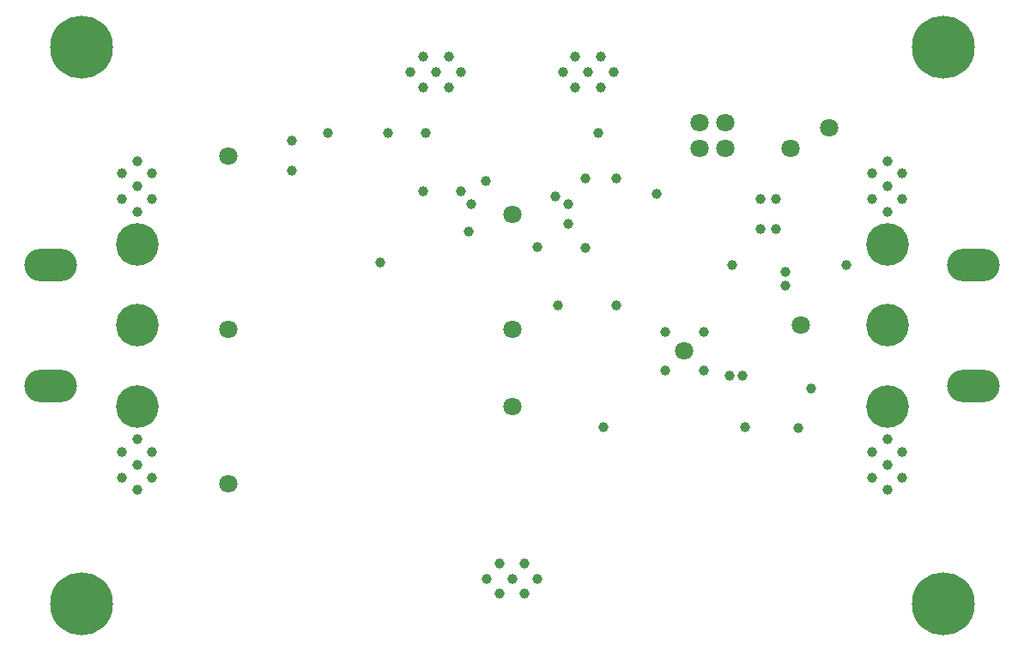
<source format=gbs>
G04*
G04 #@! TF.GenerationSoftware,Altium Limited,Altium Designer,18.1.7 (191)*
G04*
G04 Layer_Color=16711935*
%FSLAX44Y44*%
%MOMM*%
G71*
G01*
G75*
%ADD36C,4.2032*%
%ADD37C,1.8032*%
%ADD38C,6.2032*%
G04:AMPARAMS|DCode=39|XSize=5.2032mm|YSize=3.2032mm|CornerRadius=1.6016mm|HoleSize=0mm|Usage=FLASHONLY|Rotation=0.000|XOffset=0mm|YOffset=0mm|HoleType=Round|Shape=RoundedRectangle|*
%AMROUNDEDRECTD39*
21,1,5.2032,0.0000,0,0,0.0*
21,1,2.0000,3.2032,0,0,0.0*
1,1,3.2032,1.0000,0.0000*
1,1,3.2032,-1.0000,0.0000*
1,1,3.2032,-1.0000,0.0000*
1,1,3.2032,1.0000,0.0000*
%
%ADD39ROUNDEDRECTD39*%
%ADD40C,1.0032*%
D36*
X870000Y430000D02*
D03*
Y350000D02*
D03*
Y270000D02*
D03*
X130000Y430000D02*
D03*
Y350000D02*
D03*
Y270000D02*
D03*
D37*
X500000D02*
D03*
X220000Y194000D02*
D03*
Y346000D02*
D03*
X500000D02*
D03*
X710398Y550000D02*
D03*
X684998D02*
D03*
X710398Y524600D02*
D03*
X684998D02*
D03*
X774597Y525000D02*
D03*
X812497Y545000D02*
D03*
X670000Y324900D02*
D03*
X500000Y460000D02*
D03*
X785200Y350000D02*
D03*
X220000Y517500D02*
D03*
D38*
X925000Y75000D02*
D03*
Y625000D02*
D03*
X75000Y75000D02*
D03*
Y625000D02*
D03*
D39*
X955000Y410000D02*
D03*
Y290000D02*
D03*
X45000D02*
D03*
Y410000D02*
D03*
D40*
X651000Y343900D02*
D03*
X689000D02*
D03*
X651000Y305900D02*
D03*
X689000D02*
D03*
X412500Y482500D02*
D03*
X642500Y480000D02*
D03*
X830000Y410100D02*
D03*
X770000Y389264D02*
D03*
X769924Y402500D02*
D03*
X370000Y412500D02*
D03*
X760000Y475000D02*
D03*
X745000D02*
D03*
X760000Y445000D02*
D03*
X745000D02*
D03*
X715000Y300600D02*
D03*
X727500D02*
D03*
X572500Y426982D02*
D03*
X602500Y370000D02*
D03*
X555103Y450616D02*
D03*
X542500Y477500D02*
D03*
X555103Y470103D02*
D03*
X545000Y370000D02*
D03*
X782500Y249200D02*
D03*
X795000Y287500D02*
D03*
X717150Y410100D02*
D03*
X730000Y250000D02*
D03*
X590000D02*
D03*
X450000Y482500D02*
D03*
X459897Y470103D02*
D03*
X282500Y502500D02*
D03*
Y532500D02*
D03*
X474000Y492500D02*
D03*
X512501Y115000D02*
D03*
X487501D02*
D03*
X500001Y100000D02*
D03*
X512501Y85000D02*
D03*
X487501D02*
D03*
X525001Y100000D02*
D03*
X475001D02*
D03*
X870000Y462500D02*
D03*
Y512500D02*
D03*
X885000Y475000D02*
D03*
Y500000D02*
D03*
X870000Y487500D02*
D03*
X855000Y475000D02*
D03*
Y500000D02*
D03*
Y200000D02*
D03*
Y225000D02*
D03*
X870000Y212500D02*
D03*
X885000Y200000D02*
D03*
Y225000D02*
D03*
X870000Y187500D02*
D03*
Y237500D02*
D03*
X115000Y200000D02*
D03*
Y225000D02*
D03*
X130000Y212500D02*
D03*
X145000Y200000D02*
D03*
Y225000D02*
D03*
X130000Y187500D02*
D03*
Y237500D02*
D03*
Y462500D02*
D03*
Y512500D02*
D03*
X145000Y475000D02*
D03*
Y500000D02*
D03*
X130000Y487500D02*
D03*
X115000Y475000D02*
D03*
Y500000D02*
D03*
X400000Y600000D02*
D03*
X450000D02*
D03*
X412500Y585000D02*
D03*
X437500D02*
D03*
X425000Y600000D02*
D03*
X412500Y615000D02*
D03*
X437500D02*
D03*
X457500Y442500D02*
D03*
X525000Y427500D02*
D03*
X318750Y540000D02*
D03*
X377500Y540000D02*
D03*
X572500Y495000D02*
D03*
X602500D02*
D03*
X562500Y615000D02*
D03*
X587500D02*
D03*
X575000Y600000D02*
D03*
X562500Y585000D02*
D03*
X587500D02*
D03*
X550000Y600000D02*
D03*
X600000D02*
D03*
X585000Y540000D02*
D03*
X415000D02*
D03*
M02*

</source>
